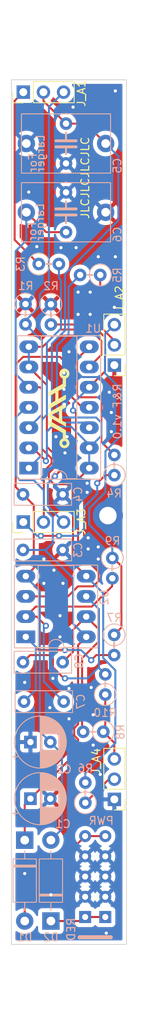
<source format=kicad_pcb>
(kicad_pcb (version 20211014) (generator pcbnew)
  (layers (0 "F.Cu" signal) (31 "B.Cu" signal) (34 "B.Paste" user) (35 "F.Paste" user) (36 "B.SilkS" user "B.Silkscreen") (37 "F.SilkS" user "F.Silkscreen") (38 "B.Mask" user) (39 "F.Mask" user) (44 "Edge.Cuts" user))
  (net 0 "")
  (net 1 "/OUT1")
  (net 2 "Net-(C7-Pad2)")
  (net 3 "/OUT2")
  (net 4 "Net-(C8-Pad1)")
  (net 5 "Net-(C7-Pad1)")
  (net 6 "Net-(C8-Pad2)")
  (net 7 "/LED2")
  (net 8 "Net-(R6-Pad2)")
  (net 9 "/LED1")
  (net 10 "Net-(R5-Pad2)")
  (net 11 "/POT2_OUT")
  (net 12 "Net-(R4-Pad2)")
  (net 13 "/POT1_OUT")
  (net 14 "Net-(R3-Pad2)")
  (net 15 "GND")
  (net 16 "Net-(J_A3-Pad3)")
  (net 17 "Net-(J_A1-Pad3)")
  (net 18 "-12V")
  (net 19 "+12V")
  (net 20 "Net-(C6-Pad1)")
  (net 21 "Net-(C5-Pad1)")
  (net 22 "Net-(D1-Pad2)")
  (net 23 "Net-(D2-Pad1)")
  (footprint "Connector_PinHeader_2.54mm:PinHeader_1x03_P2.54mm_Vertical" (layer "F.Cu") (at 32.7152 96.8248 90)
    (fp_text reference "J_A3" (at 0.0508 7.3152 270) (layer "F.SilkS"))
    (fp_text value "Conn_01x03_Male")
    (pad "1" thru_hole rect (at 0 0 90) (size 1.7 1.7) (drill 1) (layers *.Cu *.Mask) (net 11 "/POT2_OUT"))
    (pad "2" thru_hole oval (at 0 2.54 90) (size 1.7 1.7) (drill 1) (layers *.Cu *.Mask) (net 20 "Net-(C6-Pad1)"))
    (pad "3" thru_hole oval (at 0 5.08 90) (size 1.7 1.7) (drill 1) (layers *.Cu *.Mask) (net 16 "Net-(J_A3-Pad3)"))
  )
  (footprint "Logos:Avalon Harmonics Small 10mm" (layer "F.Cu") (at 37.211 82.55 90)
    (fp_text reference "G***" hide)
    (fp_text value "LOGO" hide)
  )
  (footprint "Connector_PinHeader_2.54mm:PinHeader_1x03_P2.54mm_Vertical" (layer "F.Cu") (at 44.196 77.1144 180)
    (fp_text reference "J_A2" (at -0.635 8.3312 90) (layer "F.SilkS"))
    (fp_text value "Conn_01x03_Male")
    (pad "1" thru_hole rect (at 0 0 180) (size 1.7 1.7) (drill 1) (layers *.Cu *.Mask) (net 15 "GND"))
    (pad "2" thru_hole oval (at 0 2.54 180) (size 1.7 1.7) (drill 1) (layers *.Cu *.Mask) (net 9 "/LED1"))
    (pad "3" thru_hole oval (at 0 5.08 180) (size 1.7 1.7) (drill 1) (layers *.Cu *.Mask) (net 1 "/OUT1"))
  )
  (footprint "Connector_PinHeader_2.54mm:PinHeader_1x03_P2.54mm_Vertical" (layer "F.Cu") (at 32.7152 42.8244 90)
    (fp_text reference "J_A1" (at -0.1524 7.3152 90) (layer "F.SilkS"))
    (fp_text value "Conn_01x03_Male")
    (pad "1" thru_hole rect (at 0 0 90) (size 1.7 1.7) (drill 1) (layers *.Cu *.Mask) (net 13 "/POT1_OUT"))
    (pad "2" thru_hole oval (at 0 2.54 90) (size 1.7 1.7) (drill 1) (layers *.Cu *.Mask) (net 21 "Net-(C5-Pad1)"))
    (pad "3" thru_hole oval (at 0 5.08 90) (size 1.7 1.7) (drill 1) (layers *.Cu *.Mask) (net 17 "Net-(J_A1-Pad3)"))
  )
  (footprint "Connector_PinHeader_2.54mm:PinHeader_1x03_P2.54mm_Vertical" (layer "F.Cu") (at 44.196 131.6586 180)
    (fp_text reference "J_A4" (at 2.286 4.7856 90) (layer "F.SilkS"))
    (fp_text value "Conn_01x03_Male")
    (pad "1" thru_hole rect (at 0 0 180) (size 1.7 1.7) (drill 1) (layers *.Cu *.Mask) (net 15 "GND"))
    (pad "2" thru_hole oval (at 0 2.54 180) (size 1.7 1.7) (drill 1) (layers *.Cu *.Mask) (net 7 "/LED2"))
    (pad "3" thru_hole oval (at 0 5.08 180) (size 1.7 1.7) (drill 1) (layers *.Cu *.Mask) (net 3 "/OUT2"))
  )
  (footprint "Eurorack:M2 Screw Hole" (layer "F.Cu") (at 43.3832 96.012)
    (fp_text reference "REF**" hide)
    (fp_text value "M2 Screw Hole" hide)
    (pad "" thru_hole circle (at 0 0) (size 3.8 3.8) (drill 2.2) (layers *.Cu *.Mask) (net 15 "GND"))
  )
  (footprint "Capacitor_THT:CP_Radial_D6.3mm_P2.50mm" (layer "B.Cu") (at 33.615621 131.572)
    (fp_text reference "C1" (at 4.103379 3.175) (layer "B.SilkS") (effects (justify mirror)))
    (fp_text value "47uF")
    (pad "1" thru_hole rect (at 0 0) (size 1.6 1.6) (drill 0.8) (layers *.Cu *.Mask) (net 19 "+12V"))
    (pad "2" thru_hole circle (at 2.5 0) (size 1.6 1.6) (drill 0.8) (layers *.Cu *.Mask) (net 15 "GND"))
  )
  (footprint "Resistor_THT:R_Axial_DIN0207_L6.3mm_D2.5mm_P2.54mm_Vertical" (layer "B.Cu") (at 42.418 65.786 180)
    (fp_text reference "R5" (at -2.154 -0.024 90) (layer "B.SilkS") (effects (justify mirror)))
    (fp_text value "1k")
    (pad "1" thru_hole circle (at 0 0 180) (size 1.6 1.6) (drill 0.8) (layers *.Cu *.Mask) (net 9 "/LED1"))
    (pad "2" thru_hole oval (at 2.54 0 180) (size 1.6 1.6) (drill 0.8) (layers *.Cu *.Mask) (net 10 "Net-(R5-Pad2)"))
  )
  (footprint "Resistor_THT:R_Axial_DIN0207_L6.3mm_D2.5mm_P2.54mm_Vertical" (layer "B.Cu") (at 44.172 110.993 -90)
    (fp_text reference "R7" (at -2.154 -0.024) (layer "B.SilkS") (effects (justify mirror)))
    (fp_text value "1k")
    (pad "1" thru_hole circle (at 0 0 270) (size 1.6 1.6) (drill 0.8) (layers *.Cu *.Mask) (net 1 "/OUT1"))
    (pad "2" thru_hole oval (at 2.54 0 270) (size 1.6 1.6) (drill 0.8) (layers *.Cu *.Mask) (net 2 "Net-(C7-Pad2)"))
  )
  (footprint "Capacitor_THT:C_Disc_D7.0mm_W2.5mm_P5.00mm" (layer "B.Cu") (at 32.679 100.33)
    (fp_text reference "C3" (at 6.945 0 90) (layer "B.SilkS") (effects (justify mirror)))
    (fp_text value "0.1uF")
    (pad "1" thru_hole circle (at 0 0) (size 1.6 1.6) (drill 0.8) (layers *.Cu *.Mask) (net 19 "+12V"))
    (pad "2" thru_hole circle (at 5 0) (size 1.6 1.6) (drill 0.8) (layers *.Cu *.Mask) (net 15 "GND"))
  )
  (footprint "Diode_THT:D_DO-41_SOD81_P10.16mm_Horizontal" (layer "B.Cu") (at 32.893 136.779 -90)
    (fp_text reference "D1" (at 12.192 0 180) (layer "B.SilkS") (effects (justify mirror)))
    (fp_text value "1N4001")
    (pad "1" thru_hole rect (at 0 0 270) (size 2.2 2.2) (drill 1.1) (layers *.Cu *.Mask) (net 19 "+12V"))
    (pad "2" thru_hole oval (at 10.16 0 270) (size 2.2 2.2) (drill 1.1) (layers *.Cu *.Mask) (net 22 "Net-(D1-Pad2)"))
  )
  (footprint "Capacitor_THT:C_Rect_L7.2mm_W11.0mm_P5.00mm_FKS2_FKP2_MKS2_MKP2_DUAL_SIZE" (layer "B.Cu") (at 38.1 60.412 90)
    (fp_text reference "C6" (at -0.294 6.477 270) (layer "B.SilkS") (effects (justify mirror)))
    (fp_text value "10uF (Film)")
    (fp_text user "For" (at 8.723 -4.191 90 unlocked) (layer "B.SilkS") (effects (justify mirror)))
    (fp_text user "Larger" (at 9.8914 -3.2258 90 unlocked) (layer "B.SilkS") (effects (justify mirror)))
    (pad "1" thru_hole circle (at 2.5 -5 90) (size 2.2 2.2) (drill 1.1) (layers *.Cu *.Mask) (net 20 "Net-(C6-Pad1)"))
    (pad "1" thru_hole circle (at 0 0 90) (size 1.6 1.6) (drill 0.8) (layers *.Cu *.Mask) (net 20 "Net-(C6-Pad1)"))
    (pad "2" thru_hole circle (at 5 0 90) (size 1.6 1.6) (drill 0.8) (layers *.Cu *.Mask) (net 15 "GND"))
    (pad "2" thru_hole circle (at 2.5 5 90) (size 2.2 2.2) (drill 1.1) (layers *.Cu *.Mask) (net 15 "GND"))
  )
  (footprint "Resistor_THT:R_Axial_DIN0207_L6.3mm_D2.5mm_P2.54mm_Vertical" (layer "B.Cu") (at 36.195 69.469 -90)
    (fp_text reference "R2" (at -2.291 -0.024) (layer "B.SilkS") (effects (justify mirror)))
    (fp_text value "100k")
    (pad "1" thru_hole circle (at 0 0 270) (size 1.6 1.6) (drill 0.8) (layers *.Cu *.Mask) (net 15 "GND"))
    (pad "2" thru_hole oval (at 2.54 0 270) (size 1.6 1.6) (drill 0.8) (layers *.Cu *.Mask) (net 16 "Net-(J_A3-Pad3)"))
  )
  (footprint "Eurorack:Eurorack Power 10 Pin" (layer "B.Cu") (at 43.053 141.353 180)
    (fp_text reference "PWR1" hide)
    (fp_text value "PWR_10_Pin" hide)
    (fp_text user "PWR" (at 0.508 7.0124) (layer "B.SilkS") (effects (justify mirror)))
    (fp_text user "RED" (at 4.318 -5.078 90 unlocked) (layer "B.SilkS") (effects (justify left mirror)))
    (pad "1" thru_hole circle (at 2.54 5.08 180) (size 1.524 1.524) (drill 0.762) (layers *.Cu *.Mask) (net 22 "Net-(D1-Pad2)"))
    (pad "1" thru_hole circle (at 0 5.08 180) (size 1.524 1.524) (drill 0.762) (layers *.Cu *.Mask) (net 22 "Net-(D1-Pad2)"))
    (pad "2" thru_hole circle (at 0 2.54 180) (size 1.524 1.524) (drill 0.762) (layers *.Cu *.Mask) (net 15 "GND"))
    (pad "2" thru_hole circle (at 0 0 180) (size 1.524 1.524) (drill 0.762) (layers *.Cu *.Mask) (net 15 "GND"))
    (pad "2" thru_hole circle (at 2.54 2.54 180) (size 1.524 1.524) (drill 0.762) (layers *.Cu *.Mask) (net 15 "GND"))
    (pad "2" thru_hole circle (at 2.54 -2.54 180) (size 1.524 1.524) (drill 0.762) (layers *.Cu *.Mask) (net 15 "GND"))
    (pad "2" thru_hole circle (at 0 -2.54 180) (size 1.524 1.524) (drill 0.762) (layers *.Cu *.Mask) (net 15 "GND"))
    (pad "2" thru_hole circle (at 2.54 0 180) (size 1.524 1.524) (drill 0.762) (layers *.Cu *.Mask) (net 15 "GND"))
    (pad "3" thru_hole rect (at 0 -5.08 180) (size 1.524 1.524) (drill 0.762) (layers *.Cu *.Mask) (net 23 "Net-(D2-Pad1)"))
    (pad "3" thru_hole rect (at 2.54 -5.08 180) (size 1.524 1.524) (drill 0.762) (layers *.Cu *.Mask) (net 23 "Net-(D2-Pad1)"))
  )
  (footprint "Capacitor_THT:C_Disc_D7.0mm_W2.5mm_P5.00mm" (layer "B.Cu") (at 32.679 114.427)
    (fp_text reference "C8" (at 7.072 -0.127 90) (layer "B.SilkS") (effects (justify mirror)))
    (fp_text value "100pF")
    (pad "1" thru_hole circle (at 0 0) (size 1.6 1.6) (drill 0.8) (layers *.Cu *.Mask) (net 4 "Net-(C8-Pad1)"))
    (pad "2" thru_hole circle (at 5 0) (size 1.6 1.6) (drill 0.8) (layers *.Cu *.Mask) (net 6 "Net-(C8-Pad2)"))
  )
  (footprint "Capacitor_THT:C_Disc_D7.0mm_W2.5mm_P5.00mm" (layer "B.Cu") (at 37.806 119.38 180)
    (fp_text reference "C7" (at -2.159 0 90) (layer "B.SilkS") (effects (justify mirror)))
    (fp_text value "100pF")
    (pad "1" thru_hole circle (at 0 0 180) (size 1.6 1.6) (drill 0.8) (layers *.Cu *.Mask) (net 5 "Net-(C7-Pad1)"))
    (pad "2" thru_hole circle (at 5 0 180) (size 1.6 1.6) (drill 0.8) (layers *.Cu *.Mask) (net 2 "Net-(C7-Pad2)"))
  )
  (footprint "Capacitor_THT:C_Disc_D7.0mm_W2.5mm_P5.00mm" (layer "B.Cu") (at 37.679 93.345 180)
    (fp_text reference "C4" (at -1.945 0 90) (layer "B.SilkS") (effects (justify mirror)))
    (fp_text value "0.1uF")
    (pad "1" thru_hole circle (at 0 0 180) (size 1.6 1.6) (drill 0.8) (layers *.Cu *.Mask) (net 15 "GND"))
    (pad "2" thru_hole circle (at 5 0 180) (size 1.6 1.6) (drill 0.8) (layers *.Cu *.Mask) (net 18 "-12V"))
  )
  (footprint "Package_DIP:DIP-14_W7.62mm_Socket_LongPads" (layer "B.Cu") (at 33.411 90.048)
    (fp_text reference "U1" (at 8.118 -17.531 180) (layer "B.SilkS") (effects (justify mirror)))
    (fp_text value "TL074")
    (pad "1" thru_hole rect (at 0 0) (size 2.4 1.6) (drill 0.8) (layers *.Cu *.Mask) (net 14 "Net-(R3-Pad2)"))
    (pad "2" thru_hole oval (at 0 -2.54) (size 2.4 1.6) (drill 0.8) (layers *.Cu *.Mask) (net 10 "Net-(R5-Pad2)"))
    (pad "3" thru_hole oval (at 0 -5.08) (size 2.4 1.6) (drill 0.8) (layers *.Cu *.Mask) (net 17 "Net-(J_A1-Pad3)"))
    (pad "4" thru_hole oval (at 0 -7.62) (size 2.4 1.6) (drill 0.8) (layers *.Cu *.Mask) (net 19 "+12V"))
    (pad "5" thru_hole oval (at 0 -10.16) (size 2.4 1.6) (drill 0.8) (layers *.Cu *.Mask) (net 20 "Net-(C6-Pad1)"))
    (pad "6" thru_hole oval (at 0 -12.7) (size 2.4 1.6) (drill 0.8) (layers *.Cu *.Mask) (net 8 "Net-(R6-Pad2)"))
    (pad "7" thru_hole oval (at 0 -15.24) (size 2.4 1.6) (drill 0.8) (layers *.Cu *.Mask) (net 8 "Net-(R6-Pad2)"))
    (pad "8" thru_hole oval (at 7.62 -15.24) (size 2.4 1.6) (drill 0.8) (layers *.Cu *.Mask) (net 12 "Net-(R4-Pad2)"))
    (pad "9" thru_hole oval (at 7.62 -12.7) (size 2.4 1.6) (drill 0.8) (layers *.Cu *.Mask) (net 8 "Net-(R6-Pad2)"))
    (pad "10" thru_hole oval (at 7.62 -10.16) (size 2.4 1.6) (drill 0.8) (layers *.Cu *.Mask) (net 16 "Net-(J_A3-Pad3)"))
    (pad "11" thru_hole oval (at 7.62 -7.62) (size 2.4 1.6) (drill 0.8) (layers *.Cu *.Mask) (net 18 "-12V"))
    (pad "12" thru_hole oval (at 7.62 -5.08) (size 2.4 1.6) (drill 0.8) (layers *.Cu *.Mask) (net 21 "Net-(C5-Pad1)"))
    (pad "13" thru_hole oval (at 7.62 -2.54) (size 2.4 1.6) (drill 0.8) (layers *.Cu *.Mask) (net 10 "Net-(R5-Pad2)"))
    (pad "14" thru_hole oval (at 7.62 0) (size 2.4 1.6) (drill 0.8) (layers *.Cu *.Mask) (net 10 "Net-(R5-Pad2)"))
  )
  (footprint "Package_DIP:DIP-8_W7.62mm_Socket_LongPads" (layer "B.Cu") (at 33.03 111.242)
    (fp_text reference "U2" (at 9.896 -4.943 90) (layer "B.SilkS") (effects (justify mirror)))
    (fp_text value "TL072")
    (pad "1" thru_hole rect (at 0 0) (size 2.4 1.6) (drill 0.8) (layers *.Cu *.Mask) (net 2 "Net-(C7-Pad2)"))
    (pad "2" thru_hole oval (at 0 -2.54) (size 2.4 1.6) (drill 0.8) (layers *.Cu *.Mask) (net 5 "Net-(C7-Pad1)"))
    (pad "3" thru_hole oval (at 0 -5.08) (size 2.4 1.6) (drill 0.8) (layers *.Cu *.Mask) (net 10 "Net-(R5-Pad2)"))
    (pad "4" thru_hole oval (at 0 -7.62) (size 2.4 1.6) (drill 0.8) (layers *.Cu *.Mask) (net 18 "-12V"))
    (pad "5" thru_hole oval (at 7.62 -7.62) (size 2.4 1.6) (drill 0.8) (layers *.Cu *.Mask) (net 8 "Net-(R6-Pad2)"))
    (pad "6" thru_hole oval (at 7.62 -5.08) (size 2.4 1.6) (drill 0.8) (layers *.Cu *.Mask) (net 4 "Net-(C8-Pad1)"))
    (pad "7" thru_hole oval (at 7.62 -2.54) (size 2.4 1.6) (drill 0.8) (layers *.Cu *.Mask) (net 6 "Net-(C8-Pad2)"))
    (pad "8" thru_hole oval (at 7.62 0) (size 2.4 1.6) (drill 0.8) (layers *.Cu *.Mask) (net 19 "+12V"))
  )
  (footprint "Capacitor_THT:CP_Radial_D6.3mm_P2.50mm" (layer "B.Cu") (at 33.615621 124.46)
    (fp_text reference "C2" (at 4.230379 3.429) (layer "B.SilkS") (effects (justify mirror)))
    (fp_text value "47uF")
    (pad "1" thru_hole rect (at 0 0) (size 1.6 1.6) (drill 0.8) (layers *.Cu *.Mask) (net 15 "GND"))
    (pad "2" thru_hole circle (at 2.5 0) (size 1.6 1.6) (drill 0.8) (layers *.Cu *.Mask) (net 18 "-12V"))
  )
  (footprint "Resistor_THT:R_Axial_DIN0207_L6.3mm_D2.5mm_P2.54mm_Vertical" (layer "B.Cu") (at 34.666 64.413)
    (fp_text reference "R3" (at -2.286 0 90) (layer "B.SilkS") (effects (justify mirror)))
    (fp_text value "330")
    (pad "1" thru_hole circle (at 0 0) (size 1.6 1.6) (drill 0.8) (layers *.Cu *.Mask) (net 13 "/POT1_OUT"))
    (pad "2" thru_hole oval (at 2.54 0) (size 1.6 1.6) (drill 0.8) (layers *.Cu *.Mask) (net 14 "Net-(R3-Pad2)"))
  )
  (footprint "Resistor_THT:R_Axial_DIN0207_L6.3mm_D2.5mm_P2.54mm_Vertical" (layer "B.Cu") (at 40.537 132.085 90)
    (fp_text reference "R6" (at 4.323 0) (layer "B.SilkS") (effects (justify mirror)))
    (fp_text value "1k")
    (pad "1" thru_hole circle (at 0 0 90) (size 1.6 1.6) (drill 0.8) (layers *.Cu *.Mask) (net 7 "/LED2"))
    (pad "2" thru_hole oval (at 2.54 0 90) (size 1.6 1.6) (drill 0.8) (layers *.Cu *.Mask) (net 8 "Net-(R6-Pad2)"))
  )
  (footprint "Capacitor_THT:C_Rect_L7.2mm_W11.0mm_P5.00mm_FKS2_FKP2_MKS2_MKP2_DUAL_SIZE" (layer "B.Cu") (at 38.1 46.776 -90)
    (fp_text reference "C5" (at 5.294 -6.477 90) (layer "B.SilkS") (effects (justify mirror)))
    (fp_text value "10uF (Film)")
    (fp_text user "Larger" (at 12.366 3.2766 90 unlocked) (layer "B.SilkS") (effects (justify mirror)))
    (fp_text user "For" (at 13.5344 4.2418 90 unlocked) (layer "B.SilkS") (effects (justify mirror)))
    (pad "1" thru_hole circle (at 0 0 270) (size 1.6 1.6) (drill 0.8) (layers *.Cu *.Mask) (net 21 "Net-(C5-Pad1)"))
    (pad "1" thru_hole circle (at 2.5 -5 270) (size 2.2 2.2) (drill 1.1) (layers *.Cu *.Mask) (net 21 "Net-(C5-Pad1)"))
    (pad "2" thru_hole circle (at 5 0 270) (size 1.6 1.6) (drill 0.8) (layers *.Cu *.Mask) (net 15 "GND"))
    (pad "2" thru_hole circle (at 2.5 5 270) (size 2.2 2.2) (drill 1.1) (layers *.Cu *.Mask) (net 15 "GND"))
  )
  (footprint "Resistor_THT:R_Axial_DIN0207_L6.3mm_D2.5mm_P2.54mm_Vertical" (layer "B.Cu") (at 32.996 69.445 -90)
    (fp_text reference "R1" (at -2.281 -0.024) (layer "B.SilkS") (effects (justify mirror)))
    (fp_text value "100k")
    (pad "1" thru_hole circle (at 0 0 270) (size 1.6 1.6) (drill 0.8) (layers *.Cu *.Mask) (net 15 "GND"))
    (pad "2" thru_hole oval (at 2.54 0 270) (size 1.6 1.6) (drill 0.8) (layers *.Cu *.Mask) (net 17 "Net-(J_A1-Pad3)"))
  )
  (footprint "Resistor_THT:R_Axial_DIN0207_L6.3mm_D2.5mm_P2.54mm_Vertical" (layer "B.Cu") (at 42.804 123.166 180)
    (fp_text reference "R8" (at -2.154 -0.024 90) (layer "B.SilkS") (effects (justify mirror)))
    (fp_text value "1k")
    (pad "1" thru_hole circle (at 0 0 180) (size 1.6 1.6) (drill 0.8) (layers *.Cu *.Mask) (net 3 "/OUT2"))
    (pad "2" thru_hole oval (at 2.54 0 180) (size 1.6 1.6) (drill 0.8) (layers *.Cu *.Mask) (net 6 "Net-(C8-Pad2)"))
  )
  (footprint "Resistor_THT:R_Axial_DIN0207_L6.3mm_D2.5mm_P2.54mm_Vertical" (layer "B.Cu") (at 43.053 118.491 90)
    (fp_text reference "R10" (at -2.286 -0.024) (layer "B.SilkS") (effects (justify mirror)))
    (fp_text value "4.7k")
    (pad "1" thru_hole circle (at 0 0 90) (size 1.6 1.6) (drill 0.8) (layers *.Cu *.Mask) (net 3 "/OUT2"))
    (pad "2" thru_hole oval (at 2.54 0 90) (size 1.6 1.6) (drill 0.8) (layers *.Cu *.Mask) (net 4 "Net-(C8-Pad1)"))
  )
  (footprint "Diode_THT:D_DO-41_SOD81_P10.16mm_Horizontal" (layer "B.Cu") (at 36.195 146.939 90)
    (fp_text reference "D2" (at -2.032 0 180) (layer "B.SilkS") (effects (justify mirror)))
    (fp_text value "1N4001")
    (pad "1" thru_hole rect (at 0 0 90) (size 2.2 2.2) (drill 1.1) (layers *.Cu *.Mask) (net 23 "Net-(D2-Pad1)"))
    (pad "2" thru_hole oval (at 10.16 0 90) (size 2.2 2.2) (drill 1.1) (layers *.Cu *.Mask) (net 18 "-12V"))
  )
  (footprint "Resistor_THT:R_Axial_DIN0207_L6.3mm_D2.5mm_P2.54mm_Vertical" (layer "B.Cu") (at 43.942 101.346 -90)
    (fp_text reference "R9" (at -2.154 -0.024) (layer "B.SilkS") (effects (justify mirror)))
    (fp_text value "4.7k")
    (pad "1" thru_hole circle (at 0 0 270) (size 1.6 1.6) (drill 0.8) (layers *.Cu *.Mask) (net 1 "/OUT1"))
    (pad "2" thru_hole oval (at 2.54 0 270) (size 1.6 1.6) (drill 0.8) (layers *.Cu *.Mask) (net 5 "Net-(C7-Pad1)"))
  )
  (footprint "Resistor_THT:R_Axial_DIN0207_L6.3mm_D2.5mm_P2.54mm_Vertical" (layer "B.Cu") (at 44.196 90.932 90)
    (fp_text reference "R4" (at -2.291 -0.024) (layer "B.SilkS") (effects (justify mirror)))
    (fp_text value "330")
    (pad "1" thru_hole circle (at 0 0 90) (size 1.6 1.6) (drill 0.8) (layers *.Cu *.Mask) (net 11 "/POT2_OUT"))
    (pad "2" thru_hole oval (at 2.54 0 90) (size 1.6 1.6) (drill 0.8) (layers *.Cu *.Mask) (net 12 "Net-(R4-Pad2)"))
  )
  (gr_rect (start 31.22 41.275) (end 45.72 149.875) (layer "Edge.Cuts") (width 0.1) (fill none))
  (gr_text "R&F v1.0" (at 44.577 82.931 90) (layer "B.SilkS") (effects (font (size 1 1)) (justify mirror)))
  (gr_text "JLCJLCJLCJLC" (at 40.513 53.594 90) (layer "F.SilkS") (effects (font (size 1 1))))
  (segment (start 44.069 101.346) (end 43.942 101.346) (width 0.25) (layer "F.Cu") (net 1))
  (segment (start 44.172 110.993) (end 45.085 110.08) (width 0.25) (layer "F.Cu") (net 1))
  (segment (start 45.085 110.08) (end 45.085 102.362) (width 0.25) (layer "F.Cu") (net 1))
  (segment (start 45.085 102.362) (end 44.069 101.346) (width 0.25) (layer "F.Cu") (net 1))
  (segment (start 43.071489 93.072511) (end 41.021 95.123) (width 0.25) (layer "B.Cu") (net 1))
  (segment (start 41.021 95.123) (end 41.021 97.155) (width 0.25) (layer "B.Cu") (net 1))
  (segment (start 43.021489 73.208911) (end 43.021489 75.060899) (width 0.25) (layer "B.Cu") (net 1))
  (segment (start 43.021489 75.060899) (end 43.053 75.09241) (width 0.25) (layer "B.Cu") (net 1))
  (segment (start 43.053 75.908378) (end 43.021489 75.939889) (width 0.25) (layer "B.Cu") (net 1))
  (segment (start 43.021489 75.939889) (end 43.021489 78.1304) (width 0.25) (layer "B.Cu") (net 1))
  (segment (start 45.085 85.9127) (end 43.071489 87.926211) (width 0.25) (layer "B.Cu") (net 1))
  (segment (start 43.021489 78.1304) (end 45.085 80.193911) (width 0.25) (layer "B.Cu") (net 1))
  (segment (start 43.942 100.076) (end 43.942 101.346) (width 0.25) (layer "B.Cu") (net 1))
  (segment (start 43.053 75.09241) (end 43.053 75.908378) (width 0.25) (layer "B.Cu") (net 1))
  (segment (start 43.071489 87.926211) (end 43.071489 93.072511) (width 0.25) (layer "B.Cu") (net 1))
  (segment (start 44.196 72.0344) (end 43.021489 73.208911) (width 0.25) (layer "B.Cu") (net 1))
  (segment (start 41.021 97.155) (end 43.942 100.076) (width 0.25) (layer "B.Cu") (net 1))
  (segment (start 45.085 80.193911) (end 45.085 85.9127) (width 0.25) (layer "B.Cu") (net 1))
  (segment (start 41.915 113.533) (end 41.275 114.173) (width 0.25) (layer "F.Cu") (net 2))
  (segment (start 34.691 112.903) (end 37.973 112.903) (width 0.25) (layer "F.Cu") (net 2))
  (segment (start 34.691 112.903) (end 33.03 111.242) (width 0.25) (layer "F.Cu") (net 2))
  (segment (start 44.172 113.533) (end 41.915 113.533) (width 0.25) (layer "F.Cu") (net 2))
  (via (at 37.973 112.903) (size 0.8) (drill 0.4) (layers "F.Cu" "B.Cu") (net 2))
  (via (at 41.275 114.173) (size 0.8) (drill 0.4) (layers "F.Cu" "B.Cu") (net 2))
  (segment (start 32.806 119.38) (end 34.29 117.896) (width 0.25) (layer "B.Cu") (net 2))
  (segment (start 41.275 114.173) (end 40.005 112.903) (width 0.25) (layer "B.Cu") (net 2))
  (segment (start 40.005 112.903) (end 37.973 112.903) (width 0.25) (layer "B.Cu") (net 2))
  (segment (start 34.29 112.502) (end 33.03 111.242) (width 0.25) (layer "B.Cu") (net 2))
  (segment (start 34.29 117.896) (end 34.29 112.502) (width 0.25) (layer "B.Cu") (net 2))
  (segment (start 43.053 118.491) (end 43.053 122.917) (width 0.25) (layer "F.Cu") (net 3))
  (segment (start 43.053 122.917) (end 42.804 123.166) (width 0.25) (layer "F.Cu") (net 3))
  (segment (start 44.196 126.5786) (end 44.196 124.558) (width 0.25) (layer "F.Cu") (net 3))
  (segment (start 44.196 124.558) (end 42.804 123.166) (width 0.25) (layer "F.Cu") (net 3))
  (segment (start 36.068 113.538) (end 36.449 113.919) (width 0.25) (layer "F.Cu") (net 4))
  (segment (start 33.568 113.538) (end 36.068 113.538) (width 0.25) (layer "F.Cu") (net 4))
  (segment (start 32.806 114.3) (end 33.568 113.538) (width 0.25) (layer "F.Cu") (net 4))
  (segment (start 36.449 113.919) (end 36.449 115.062) (width 0.25) (layer "F.Cu") (net 4))
  (segment (start 36.449 115.062) (end 37.846 116.459) (width 0.25) (layer "F.Cu") (net 4))
  (segment (start 37.846 116.459) (end 37.973 116.459) (width 0.25) (layer "F.Cu") (net 4))
  (via (at 37.973 116.459) (size 0.8) (drill 0.4) (layers "F.Cu" "B.Cu") (net 4))
  (segment (start 40.817284 116.459) (end 37.973 116.459) (width 0.25) (layer "B.Cu") (net 4))
  (segment (start 42.253001 107.765001) (end 40.65 106.162) (width 0.25) (layer "B.Cu") (net 4))
  (segment (start 42.125283 115.151001) (end 42.253001 115.151001) (width 0.25) (layer "B.Cu") (net 4))
  (segment (start 40.817284 116.459) (end 42.125283 115.151001) (width 0.25) (layer "B.Cu") (net 4))
  (segment (start 42.253001 115.151001) (end 42.253001 107.765001) (width 0.25) (layer "B.Cu") (net 4))
  (segment (start 43.053 115.951) (end 42.253001 115.151001) (width 0.25) (layer "B.Cu") (net 4))
  (segment (start 43.918 104.884311) (end 43.918 103.91) (width 0.25) (layer "F.Cu") (net 5))
  (segment (start 34.407 108.702) (end 33.03 108.702) (width 0.25) (layer "F.Cu") (net 5))
  (segment (start 33.03 108.702) (end 34.29 107.442) (width 0.25) (layer "F.Cu") (net 5))
  (segment (start 34.29 107.442) (end 41.360311 107.442) (width 0.25) (layer "F.Cu") (net 5))
  (segment (start 35.56 109.855) (end 34.407 108.702) (width 0.25) (layer "F.Cu") (net 5))
  (segment (start 41.360311 107.442) (end 43.918 104.884311) (width 0.25) (layer "F.Cu") (net 5))
  (segment (start 43.918 103.91) (end 43.942 103.886) (width 0.25) (layer "F.Cu") (net 5))
  (via (at 35.56 109.855) (size 0.8) (drill 0.4) (layers "F.Cu" "B.Cu") (net 5))
  (segment (start 37.806 119.38) (end 35.306 116.88) (width 0.25) (layer "B.Cu") (net 5))
  (segment (start 35.306 116.88) (end 35.306 110.109) (width 0.25) (layer "B.Cu") (net 5))
  (segment (start 35.306 110.109) (end 35.56 109.855) (width 0.25) (layer "B.Cu") (net 5))
  (segment (start 40.65 108.702) (end 38.989 110.363) (width 0.25) (layer "F.Cu") (net 6))
  (segment (start 40.132 113.919) (end 42.17452 111.87648) (width 0.25) (layer "F.Cu") (net 6))
  (segment (start 40.264 123.166) (end 40.132 123.034) (width 0.25) (layer "F.Cu") (net 6))
  (segment (start 40.132 123.034) (end 40.132 113.919) (width 0.25) (layer "F.Cu") (net 6))
  (segment (start 38.989 110.363) (end 38.989 113.117) (width 0.25) (layer "F.Cu") (net 6))
  (segment (start 38.989 113.117) (end 37.679 114.427) (width 0.25) (layer "F.Cu") (net 6))
  (segment (start 42.17452 111.87648) (end 42.17452 110.22652) (width 0.25) (layer "F.Cu") (net 6))
  (segment (start 42.17452 110.22652) (end 40.65 108.702) (width 0.25) (layer "F.Cu") (net 6))
  (segment (start 43.5034 129.1186) (end 44.196 129.1186) (width 0.25) (layer "F.Cu") (net 7))
  (segment (start 40.537 132.085) (end 43.5034 129.1186) (width 0.25) (layer "F.Cu") (net 7))
  (segment (start 42.55552 74.05152) (end 41.148 72.644) (width 0.25) (layer "F.Cu") (net 8))
  (segment (start 41.148 72.644) (end 37.338 72.644) (width 0.25) (layer "F.Cu") (net 8))
  (segment (start 35.941 90.678) (end 35.941 91.44) (width 0.25) (layer "F.Cu") (net 8))
  (segment (start 37.338 72.644) (end 35.174 74.808) (width 0.25) (layer "F.Cu") (net 8))
  (segment (start 35.687 87.376) (end 36.83 88.519) (width 0.25) (layer "F.Cu") (net 8))
  (segment (start 38.989 92.837) (end 38.989 101.961) (width 0.25) (layer "F.Cu") (net 8))
  (segment (start 36.576 92.075) (end 38.227 92.075) (width 0.25) (layer "F.Cu") (net 8))
  (segment (start 35.687 79.624) (end 35.687 87.376) (width 0.25) (layer "F.Cu") (net 8))
  (segment (start 38.989 101.961) (end 40.65 103.622) (width 0.25) (layer "F.Cu") (net 8))
  (segment (start 38.227 92.075) (end 38.989 92.837) (width 0.25) (layer "F.Cu") (net 8))
  (segment (start 33.411 77.348) (end 35.687 79.624) (width 0.25) (layer "F.Cu") (net 8))
  (segment (start 35.941 91.44) (end 36.576 92.075) (width 0.25) (layer "F.Cu") (net 8))
  (segment (start 41.031 77.348) (end 42.55552 75.82348) (width 0.25) (layer "F.Cu") (net 8))
  (segment (start 42.55552 75.82348) (end 42.55552 74.05152) (width 0.25) (layer "F.Cu") (net 8))
  (segment (start 36.83 89.789) (end 35.941 90.678) (width 0.25) (layer "F.Cu") (net 8))
  (segment (start 36.83 88.519) (end 36.83 89.789) (width 0.25) (layer "F.Cu") (net 8))
  (segment (start 35.174 74.808) (end 33.411 74.808) (width 0.25) (layer "F.Cu") (net 8))
  (segment (start 33.411 77.348) (end 33.411 74.808) (width 0.25) (layer "B.Cu") (net 8))
  (segment (start 40.65 103.622) (end 42.793489 105.765489) (width 0.25) (layer "B.Cu") (net 8))
  (segment (start 42.793489 113.913489) (end 44.323 115.443) (width 0.25) (layer "B.Cu") (net 8))
  (segment (start 42.793489 105.765489) (end 42.793489 113.913489) (width 0.25) (layer "B.Cu") (net 8))
  (segment (start 44.323 124.587) (end 40.537 128.373) (width 0.25) (layer "B.Cu") (net 8))
  (segment (start 44.323 115.443) (end 44.323 124.587) (width 0.25) (layer "B.Cu") (net 8))
  (segment (start 40.537 128.373) (end 40.537 129.545) (width 0.25) (layer "B.Cu") (net 8))
  (segment (start 44.196 74.5744) (end 44.196 74.041) (width 0.25) (layer "F.Cu") (net 9))
  (segment (start 42.418 72.263) (end 42.418 65.786) (width 0.25) (layer "F.Cu") (net 9))
  (segment (start 44.196 74.041) (end 42.418 72.263) (width 0.25) (layer "F.Cu") (net 9))
  (segment (start 38.344 106.162) (end 39.604 104.902) (width 0.25) (layer "F.Cu") (net 10))
  (segment (start 35.56 89.154) (end 33.914 87.508) (width 0.25) (layer "F.Cu") (net 10))
  (segment (start 42.17452 104.25648) (end 42.17452 103.07102) (width 0.25) (layer "F.Cu") (net 10))
  (segment (start 41.529 104.902) (end 42.17452 104.25648) (width 0.25) (layer "F.Cu") (net 10))
  (segment (start 33.914 87.508) (end 33.411 87.508) (width 0.25) (layer "F.Cu") (net 10))
  (segment (start 33.03 106.162) (end 38.344 106.162) (width 0.25) (layer "F.Cu") (net 10))
  (segment (start 39.624 100.5205) (end 39.624 91.455) (width 0.25) (layer "F.Cu") (net 10))
  (segment (start 39.604 104.902) (end 41.529 104.902) (width 0.25) (layer "F.Cu") (net 10))
  (segment (start 39.624 91.455) (end 41.031 90.048) (width 0.25) (layer "F.Cu") (net 10))
  (segment (start 42.17452 103.07102) (end 39.624 100.5205) (width 0.25) (layer "F.Cu") (net 10))
  (via (at 35.56 89.154) (size 0.8) (drill 0.4) (layers "F.Cu" "B.Cu") (net 10))
  (segment (start 36.322 84.836) (end 38.735 84.836) (width 0.25) (layer "B.Cu") (net 10))
  (segment (start 37.592 83.693) (end 41.91 83.693) (width 0.25) (layer "B.Cu") (net 10))
  (segment (start 42.55552 84.33852) (end 42.55552 85.98348) (width 0.25) (layer "B.Cu") (net 10))
  (segment (start 38.42252 73.21048) (end 36.957 74.676) (width 0.25) (layer "B.Cu") (net 10))
  (segment (start 36.957 74.676) (end 36.957 83.058) (width 0.25) (layer "B.Cu") (net 10))
  (segment (start 42.55552 85.98348) (end 41.031 87.508) (width 0.25) (layer "B.Cu") (net 10))
  (segment (start 36.957 83.058) (end 37.592 83.693) (width 0.25) (layer "B.Cu") (net 10))
  (segment (start 35.687 89.027) (end 35.687 85.471) (width 0.25) (layer "B.Cu") (net 10))
  (segment (start 39.878 65.786) (end 38.42252 67.24148) (width 0.25) (layer "B.Cu") (net 10))
  (segment (start 38.42252 67.24148) (end 38.42252 73.21048) (width 0.25) (layer "B.Cu") (net 10))
  (segment (start 35.687 85.471) (end 36.322 84.836) (width 0.25) (layer "B.Cu") (net 10))
  (segment (start 41.91 83.693) (end 42.55552 84.33852) (width 0.25) (layer "B.Cu") (net 10))
  (segment (start 38.735 84.836) (end 41.031 87.132) (width 0.25) (layer "B.Cu") (net 10))
  (segment (start 41.031 90.048) (end 41.031 87.508) (width 0.25) (layer "B.Cu") (net 10))
  (segment (start 35.56 89.154) (end 35.687 89.027) (width 0.25) (layer "B.Cu") (net 10))
  (segment (start 41.031 87.132) (end 41.031 87.508) (width 0.25) (layer "B.Cu") (net 10))
  (segment (start 44.196 90.932) (end 43.053 90.932) (width 0.25) (layer "F.Cu") (net 11))
  (segment (start 37.211 98.552) (end 34.925 98.552) (width 0.25) (layer "F.Cu") (net 11))
  (segment (start 43.053 90.932) (end 42.037 91.948) (width 0.25) (layer "F.Cu") (net 11))
  (via (at 34.925 98.552) (size 0.8) (drill 0.4) (layers "F.Cu" "B.Cu") (net 11))
  (via (at 37.211 98.552) (size 0.8) (drill 0.4) (layers "F.Cu" "B.Cu") (net 11))
  (via (at 42.037 91.948) (size 0.8) (drill 0.4) (layers "F.Cu" "B.Cu") (net 11))
  (segment (start 39.497 98.552) (end 40.386 97.663) (width 0.25) (layer "B.Cu") (net 11))
  (segment (start 40.386 94.9325) (end 42.037 93.2815) (width 0.25) (layer "B.Cu") (net 11))
  (segment (start 34.4424 98.552) (end 32.7152 96.8248) (width 0.25) (layer "B.Cu") (net 11))
  (segment (start 37.211 98.552) (end 39.497 98.552) (width 0.25) (layer "B.Cu") (net 11))
  (segment (start 40.386 97.663) (end 40.386 94.9325) (width 0.25) (layer "B.Cu") (net 11))
  (segment (start 34.925 98.552) (end 34.4424 98.552) (width 0.25) (layer "B.Cu") (net 11))
  (segment (start 42.037 93.2815) (end 42.037 91.948) (width 0.25) (layer "B.Cu") (net 11))
  (segment (start 42.164 81.153) (end 39.751 81.153) (width 0.25) (layer "F.Cu") (net 12))
  (segment (start 39.497 76.342) (end 41.031 74.808) (width 0.25) (layer "F.Cu") (net 12))
  (segment (start 39.751 81.153) (end 39.497 80.899) (width 0.25) (layer "F.Cu") (net 12))
  (segment (start 42.55552 86.73048) (end 42.55552 81.54452) (width 0.25) (layer "F.Cu") (net 12))
  (segment (start 44.196 88.392) (end 42.545 86.741) (width 0.25) (layer "F.Cu") (net 12))
  (segment (start 39.497 80.899) (end 39.497 76.342) (width 0.25) (layer "F.Cu") (net 12))
  (segment (start 42.545 86.741) (end 42.55552 86.73048) (width 0.25) (layer "F.Cu") (net 12))
  (segment (start 42.55552 81.54452) (end 42.164 81.153) (width 0.25) (layer "F.Cu") (net 12))
  (segment (start 31.623 43.9166) (end 31.623 61.37) (width 0.25) (layer "F.Cu") (net 13))
  (segment (start 31.623 61.37) (end 34.666 64.413) (width 0.25) (layer "F.Cu") (net 13))
  (segment (start 32.7152 42.8244) (end 31.623 43.9166) (width 0.25) (layer "F.Cu") (net 13))
  (segment (start 37.206 64.413) (end 37.206 66.162) (width 0.25) (layer "B.Cu") (net 14))
  (segment (start 37.465 66.421) (end 37.465 72.517) (width 0.25) (layer "B.Cu") (net 14))
  (segment (start 35.687 83.327718) (end 35.052 83.962718) (width 0.25) (layer "B.Cu") (net 14))
  (segment (start 35.052 88.407) (end 33.411 90.048) (width 0.25) (layer "B.Cu") (net 14))
  (segment (start 35.052 83.962718) (end 35.052 88.407) (width 0.25) (layer "B.Cu") (net 14))
  (segment (start 37.465 72.517) (end 35.687 74.295) (width 0.25) (layer "B.Cu") (net 14))
  (segment (start 37.206 66.162) (end 37.465 66.421) (width 0.25) (layer "B.Cu") (net 14))
  (segment (start 35.687 74.295) (end 35.687 83.327718) (width 0.25) (layer "B.Cu") (net 14))
  (via (at 43.18 148.463) (size 0.8) (drill 0.4) (layers "F.Cu" "B.Cu") (net 15))
  (via (at 43.815 83.058) (size 0.8) (drill 0.4) (layers "F.Cu" "B.Cu") (net 15))
  (via (at 39.624 67.945) (size 0.8) (drill 0.4) (layers "F.Cu" "B.Cu") (net 15))
  (via (at 40.767 91.948) (size 0.8) (drill 0.4) (layers "F.Cu" "B.Cu") (net 15))
  (via (at 44.323 63.5) (size 0.8) (drill 0.4) (layers "F.Cu" "B.Cu") (net 15))
  (via (at 41.275 117.602) (size 0.8) (drill 0.4) (layers "F.Cu" "B.Cu") (net 15))
  (via (at 37.338 111.252) (size 0.8) (drill 0.4) (layers "F.Cu" "B.Cu") (net 15))
  (via (at 36.068 120.142) (size 0.8) (drill 0.4) (layers "F.Cu" "B.Cu") (net 15))
  (via (at 38.989 44.704) (size 0.8) (drill 0.4) (layers "F.Cu" "B.Cu") (net 15))
  (via (at 32.893 140.97) (size 0.8) (drill 0.4) (layers "F.Cu" "B.Cu") (net 15))
  (via (at 38.481 121.539) (size 0.8) (drill 0.4) (layers "F.Cu" "B.Cu") (net 15))
  (via (at 42.164 99.949) (size 0.8) (drill 0.4) (layers "F.Cu" "B.Cu") (net 15))
  (via (at 37.719 104.521) (size 0.8) (drill 0.4) (layers "F.Cu" "B.Cu") (net 15))
  (via (at 44.323 42.672) (size 0.8) (drill 0.4) (layers "F.Cu" "B.Cu") (net 15))
  (via (at 37.338 108.585) (size 0.8) (drill 0.4) (layers "F.Cu" "B.Cu") (net 15))
  (via (at 44.196 69.85) (size 0.8) (drill 0.4) (layers "F.Cu" "B.Cu") (net 15))
  (via (at 39.624 70.739) (size 0.8) (drill 0.4) (layers "F.Cu" "B.Cu") (net 15))
  (via (at 36.83 86.106) (size 0.8) (drill 0.4) (layers "F.Cu" "B.Cu") (net 15))
  (via (at 41.529 124.841) (size 0.8) (drill 0.4) (layers "F.Cu" "B.Cu") (net 15))
  (via (at 38.481 75.438) (size 0.8) (drill 0.4) (layers "F.Cu" "B.Cu") (net 15))
  (via (at 41.529 121.031) (size 0.8) (drill 0.4) (layers "F.Cu" "B.Cu") (net 15))
  (via (at 33.401 55.372) (size 0.8) (drill 0.4) (layers "F.Cu" "B.Cu") (net 15))
  (via (at 42.418 128.524) (size 0.8) (drill 0.4) (layers "F.Cu" "B.Cu") (net 15))
  (via (at 41.148 67.945) (size 0.8) (drill 0.4) (layers "F.Cu" "B.Cu") (net 15))
  (via (at 36.576 102.87) (size 0.8) (drill 0.4) (layers "F.Cu" "B.Cu") (net 15))
  (via (at 38.481 117.729) (size 0.8) (drill 0.4) (layers "F.Cu" "B.Cu") (net 15))
  (via (at 36.449 116.459) (size 0.8) (drill 0.4) (layers "F.Cu" "B.Cu") (net 15))
  (via (at 43.815 85.471) (size 0.8) (drill 0.4) (layers "F.Cu" "B.Cu") (net 15))
  (via (at 38.227 86.106) (size 0.8) (drill 0.4) (layers "F.Cu" "B.Cu") (net 15))
  (via (at 40.894 98.806) (size 0.8) (drill 0.4) (layers "F.Cu" "B.Cu") (net 15))
  (via (at 40.767 93.091) (size 0.8) (drill 0.4) (layers "F.Cu" "B.Cu") (net 15))
  (via (at 37.846 80.137) (size 0.8) (drill 0.4) (layers "F.Cu" "B.Cu") (net 15))
  (via (at 41.148 70.739) (size 0.8) (drill 0.4) (layers "F.Cu" "B.Cu") (net 15))
  (via (at 43.561 80.518) (size 0.8) (drill 0.4) (layers "F.Cu" "B.Cu") (net 15))
  (via (at 42.164 63.5) (size 0.8) (drill 0.4) (layers "F.Cu" "B.Cu") (net 15))
  (via (at 37.846 78.105) (size 0.8) (drill 0.4) (layers "F.Cu" "B.Cu") (net 15))
  (via (at 42.164 101.473) (size 0.8) (drill 0.4) (layers "F.Cu" "B.Cu") (net 15))
  (via (at 37.465 62.357) (size 0.8) (drill 0.4) (layers "F.Cu" "B.Cu") (net 15))
  (via (at 36.195 143.637) (size 0.8) (drill 0.4) (layers "F.Cu" "B.Cu") (net 15))
  (via (at 32.893 116.967) (size 0.8) (drill 0.4) (layers "F.Cu" "B.Cu") (net 15))
  (via (at 35.306 101.473) (size 0.8) (drill 0.4) (layers "F.Cu" "B.Cu") (net 15))
  (via (at 39.37 62.357) (size 0.8) (drill 0.4) (layers "F.Cu" "B.Cu") (net 15))
  (via (at 35.306 104.521) (size 0.8) (drill 0.4) (layers "F.Cu" "B.Cu") (net 15))
  (via (at 34.417 62.23) (size 0.8) (drill 0.4) (layers "F.Cu" "B.Cu") (net 15))
  (via (at 37.846 82.042) (size 0.8) (drill 0.4) (layers "F.Cu" "B.Cu") (net 15))
  (via (at 37.973 88.138) (size 0.8) (drill 0.4) (layers "F.Cu" "B.Cu") (net 15))
  (via (at 40.894 100.203) (size 0.8) (drill 0.4) (layers "F.Cu" "B.Cu") (net 15))
  (segment (start 43.561 80.137) (end 42.037 78.613) (width 0.25) (layer "B.Cu") (net 15))
  (segment (start 43.561 80.518) (end 43.561 80.137) (width 0.25) (layer "B.Cu") (net 15))
  (segment (start 38.481 76.962) (end 38.481 75.438) (width 0.25) (layer "B.Cu") (net 15))
  (segment (start 40.132 78.613) (end 38.481 76.962) (width 0.25) (layer "B.Cu") (net 15))
  (segment (start 42.037 78.613) (end 40.132 78.613) (width 0.25) (layer "B.Cu") (net 15))
  (segment (start 36.703 91.059) (end 39.37 88.392) (width 0.25) (layer "F.Cu") (net 16))
  (segment (start 39.37 83.185) (end 38.989 82.804) (width 0.25) (layer "F.Cu") (net 16))
  (segment (start 43.021489 77.897511) (end 41.031 79.888) (width 0.25) (layer "F.Cu") (net 16))
  (segment (start 41.402 72.009) (end 43.021489 73.628489) (width 0.25) (layer "F.Cu") (net 16))
  (segment (start 43.021489 73.628489) (end 43.021489 77.897511) (width 0.25) (layer "F.Cu") (net 16))
  (segment (start 36.195 72.009) (end 41.402 72.009) (width 0.25) (layer "F.Cu") (net 16))
  (segment (start 39.37 88.392) (end 39.37 83.185) (width 0.25) (layer "F.Cu") (net 16))
  (via (at 38.989 82.804) (size 0.8) (drill 0.4) (layers "F.Cu" "B.Cu") (net 16))
  (via (at 36.703 91.059) (size 0.8) (drill 0.4) (layers "F.Cu" "B.Cu") (net 16))
  (segment (start 36.703 91.059) (end 35.814 91.948) (width 0.25) (layer "B.Cu") (net 16))
  (segment (start 38.989 81.93) (end 41.031 79.888) (width 0.25) (layer "B.Cu") (net 16))
  (segment (start 35.814 94.8436) (end 37.7952 96.8248) (width 0.25) (layer "B.Cu") (net 16))
  (segment (start 35.814 91.948) (end 35.814 94.8436) (width 0.25) (layer "B.Cu") (net 16))
  (segment (start 38.989 82.804) (end 38.989 81.93) (width 0.25) (layer "B.Cu") (net 16))
  (segment (start 35.941 44.6786) (end 37.7952 42.8244) (width 0.25) (layer "B.Cu") (net 17))
  (segment (start 35.052 83.327) (end 33.411 84.968) (width 0.25) (layer "B.Cu") (net 17))
  (segment (start 34.798 69.723) (end 34.798 68.199) (width 0.25) (layer "B.Cu") (net 17))
  (segment (start 32.996 71.985) (end 32.996 71.525) (width 0.25) (layer "B.Cu") (net 17))
  (segment (start 34.798 68.199) (end 35.941 67.056) (width 0.25) (layer "B.Cu") (net 17))
  (segment (start 32.996 71.525) (end 34.798 69.723) (width 0.25) (layer "B.Cu") (net 17))
  (segment (start 32.996 71.985) (end 35.052 74.041) (width 0.25) (layer "B.Cu") (net 17))
  (segment (start 35.941 67.056) (end 35.941 44.6786) (width 0.25) (layer "B.Cu") (net 17))
  (segment (start 35.052 74.041) (end 35.052 83.327) (width 0.25) (layer "B.Cu") (net 17))
  (segment (start 32.695689 76.073) (end 37.338 76.073) (width 0.25) (layer "F.Cu") (net 18))
  (segment (start 40.137 82.428) (end 41.031 82.428) (width 0.25) (layer "F.Cu") (net 18))
  (segment (start 31.75 92.416) (end 31.75 77.018689) (width 0.25) (layer "F.Cu") (net 18))
  (segment (start 38.862 81.153) (end 40.137 82.428) (width 0.25) (layer "F.Cu") (net 18))
  (segment (start 33.03 103.622) (end 34.036 102.616) (width 0.25) (layer "F.Cu") (net 18))
  (segment (start 31.75 77.018689) (end 32.695689 76.073) (width 0.25) (layer "F.Cu") (net 18))
  (segment (start 34.036 102.616) (end 34.036 94.702) (width 0.25) (layer "F.Cu") (net 18))
  (segment (start 37.338 76.073) (end 38.862 77.597) (width 0.25) (layer "F.Cu") (net 18))
  (segment (start 38.862 77.597) (end 38.862 81.153) (width 0.25) (layer "F.Cu") (net 18))
  (segment (start 34.036 94.702) (end 32.679 93.345) (width 0.25) (layer "F.Cu") (net 18))
  (segment (start 32.679 93.345) (end 31.75 92.416) (width 0.25) (layer "F.Cu") (net 18))
  (segment (start 32.679 93.345) (end 34.076 94.742) (width 0.25) (layer "F.Cu") (net 18))
  (segment (start 37.592 125.936379) (end 36.115621 124.46) (width 0.25) (layer "B.Cu") (net 18))
  (segment (start 34.798 105.476028) (end 34.798 123.142379) (width 0.25) (layer "B.Cu") (net 18))
  (segment (start 37.592 135.382) (end 36.195 136.779) (width 0.25) (layer "B.Cu") (net 18))
  (segment (start 37.592 125.936379) (end 37.592 135.382) (width 0.25) (layer "B.Cu") (net 18))
  (segment (start 33.03 103.622) (end 33.03 103.708028) (width 0.25) (layer "B.Cu") (net 18))
  (segment (start 34.798 123.142379) (end 36.115621 124.46) (width 0.25) (layer "B.Cu") (net 18))
  (segment (start 33.03 103.708028) (end 34.798 105.476028) (width 0.25) (layer "B.Cu") (net 18))
  (segment (start 39.624 124.1163) (end 39.139489 123.631789) (width 0.25) (layer "F.Cu") (net 19))
  (segment (start 39.139489 122.700211) (end 39.624 122.2157) (width 0.25) (layer "F.Cu") (net 19))
  (segment (start 32.893 136.779) (end 32.893 132.294621) (width 0.25) (layer "F.Cu") (net 19))
  (segment (start 39.139489 123.631789) (end 39.139489 122.700211) (width 0.25) (layer "F.Cu") (net 19))
  (segment (start 39.624 112.268) (end 40.65 111.242) (width 0.25) (layer "F.Cu") (net 19))
  (segment (start 33.615621 131.572) (end 39.624 125.563621) (width 0.25) (layer "F.Cu") (net 19))
  (segment (start 32.893 132.294621) (end 33.615621 131.572) (width 0.25) (layer "F.Cu") (net 19))
  (segment (start 39.624 122.2157) (end 39.624 112.268) (width 0.25) (layer "F.Cu") (net 19))
  (segment (start 39.624 125.563621) (end 39.624 124.1163) (width 0.25) (layer "F.Cu") (net 19))
  (segment (start 32.679 100.33) (end 35.56 100.33) (width 0.25) (layer "B.Cu") (net 19))
  (segment (start 35.56 100.33) (end 36.429711 99.460289) (width 0.25) (layer "B.Cu") (net 19))
  (segment (start 36.429711 99.460289) (end 36.429711 96.229006) (width 0.25) (layer "B.Cu") (net 19))
  (segment (start 34.036 91.567) (end 32.280978 91.567) (width 0.25) (layer "B.Cu") (net 19))
  (segment (start 40.65 111.242) (end 38.989 109.581) (width 0.25) (layer "B.Cu") (net 19))
  (segment (start 32.280978 91.567) (end 31.75 91.036022) (width 0.25) (layer "B.Cu") (net 19))
  (segment (start 35.56 100.457) (end 35.56 100.33) (width 0.25) (layer "B.Cu") (net 19))
  (segment (start 36.429711 96.229006) (end 35.306 95.105295) (width 0.25) (layer "B.Cu") (net 19))
  (segment (start 38.989 103.886) (end 35.56 100.457) (width 0.25) (layer "B.Cu") (net 19))
  (segment (start 35.306 92.837) (end 34.036 91.567) (width 0.25) (layer "B.Cu") (net 19))
  (segment (start 38.989 109.581) (end 38.989 103.886) (width 0.25) (layer "B.Cu") (net 19))
  (segment (start 31.75 91.036022) (end 31.75 83.703) (width 0.25) (layer "B.Cu") (net 19))
  (segment (start 31.75 83.703) (end 33.03 82.423) (width 0.25) (layer "B.Cu") (net 19))
  (segment (start 35.306 95.105295) (end 35.306 92.837) (width 0.25) (layer "B.Cu") (net 19))
  (segment (start 35.052 80.137) (end 35.052 87.621386) (width 0.25) (layer "F.Cu") (net 20))
  (segment (start 33.411 79.888) (end 34.803 79.888) (width 0.25) (layer "F.Cu") (net 20))
  (segment (start 36.284511 89.454103) (end 35.306 90.432614) (width 0.25) (layer "F.Cu") (net 20))
  (segment (start 35.306 96.774) (end 35.2552 96.8248) (width 0.25) (layer "F.Cu") (net 20))
  (segment (start 34.803 79.888) (end 35.052 80.137) (width 0.25) (layer "F.Cu") (net 20))
  (segment (start 38.1 60.412) (end 35.6 60.412) (width 0.25) (layer "F.Cu") (net 20))
  (segment (start 36.284511 88.853897) (end 36.284511 89.454103) (width 0.25) (layer "F.Cu") (net 20))
  (segment (start 35.306 90.432614) (end 35.306 96.774) (width 0.25) (layer "F.Cu") (net 20))
  (segment (start 35.6 60.412) (end 33.1 57.912) (width 0.25) (layer "F.Cu") (net 20))
  (segment (start 35.052 87.621386) (end 36.284511 88.853897) (width 0.25) (layer "F.Cu") (net 20))
  (segment (start 31.75 62.8015) (end 31.75 78.227) (width 0.25) (layer "B.Cu") (net 20))
  (segment (start 33.1 61.4515) (end 31.75 62.8015) (width 0.25) (layer "B.Cu") (net 20))
  (segment (start 31.75 78.227) (end 33.411 79.888) (width 0.25) (layer "B.Cu") (net 20))
  (segment (start 33.1 57.912) (end 33.1 61.4515) (width 0.25) (layer "B.Cu") (net 20))
  (segment (start 40.6 46.776) (end 43.1 49.276) (width 0.25) (layer "F.Cu") (net 21))
  (segment (start 38.1 46.776) (end 40.6 46.776) (width 0.25) (layer "F.Cu") (net 21))
  (segment (start 38.1 46.776) (end 35.2552 43.9312) (width 0.25) (layer "F.Cu") (net 21))
  (segment (start 35.2552 43.9312) (end 35.2552 42.8244) (width 0.25) (layer "F.Cu") (net 21))
  (segment (start 43.1 49.276) (end 44.704 50.88) (width 0.25) (layer "B.Cu") (net 21))
  (segment (start 36.322 83.312) (end 37.338 84.328) (width 0.25) (layer "B.Cu") (net 21))
  (segment (start 36.322 74.422) (end 36.322 83.312) (width 0.25) (layer "B.Cu") (net 21))
  (segment (start 37.973 65.659) (end 37.973 72.771) (width 0.25) (layer "B.Cu") (net 21))
  (segment (start 44.704 50.88) (end 44.704 58.928) (width 0.25) (layer "B.Cu") (net 21))
  (segment (start 37.973 72.771) (end 36.322 74.422) (width 0.25) (layer "B.Cu") (net 21))
  (segment (start 44.704 58.928) (end 37.973 65.659) (width 0.25) (layer "B.Cu") (net 21))
  (segment (start 37.338 84.328) (end 40.391 84.328) (width 0.25) (layer "B.Cu") (net 21))
  (segment (start 40.391 84.328) (end 41.031 84.968) (width 0.25) (layer "B.Cu") (net 21))
  (segment (start 40.513 136.273) (end 43.053 136.273) (width 0.25) (layer "F.Cu") (net 22))
  (segment (start 32.893 143.893) (end 40.513 136.273) (width 0.25) (layer "F.Cu") (net 22))
  (segment (start 32.893 146.939) (end 32.893 143.893) (width 0.25) (layer "F.Cu") (net 22))
  (segment (start 36.195 146.939) (end 40.007 146.939) (width 0.25) (layer "F.Cu") (net 23))
  (segment (start 40.007 146.939) (end 40.513 146.433) (width 0.25) (layer "F.Cu") (net 23))
  (segment (start 43.053 146.433) (end 40.513 146.433) (width 0.25) (layer "F.Cu") (net 23))
  (zone (net 15) (net_name "GND") (layer "F.Cu") (connect_pads (clearance 0.508)) (min_thickness 0.254) (fill yes (thermal_gap 0.508) (thermal_bridge_width 0.508))
    (polygon (pts (xy 46.228 150.241) (xy 30.734 150.241) (xy 30.734 40.767) (xy 46.228 40.767)))
  )
  (zone (net 15) (net_name "GND") (layer "B.Cu") (connect_pads (clearance 0.508)) (min_thickness 0.254) (fill yes (thermal_gap 0.508) (thermal_bridge_width 0.508))
    (polygon (pts (xy 46.228 150.241) (xy 30.734 150.241) (xy 30.734 40.767) (xy 46.228 40.767)))
  )
)
</source>
